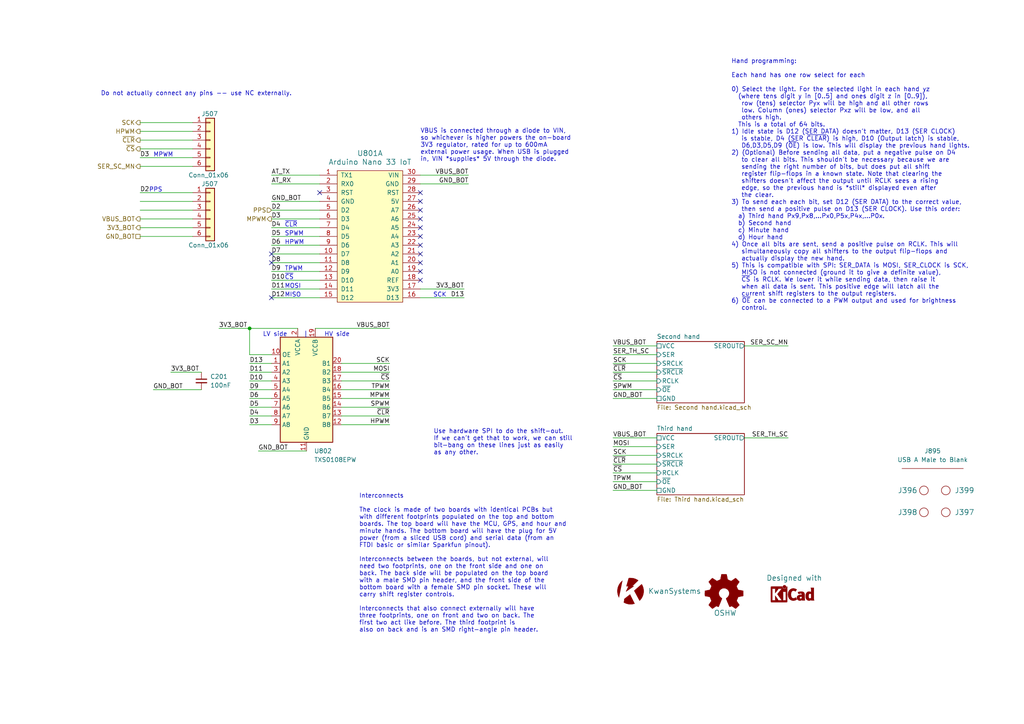
<source format=kicad_sch>
(kicad_sch (version 20230121) (generator eeschema)
  (paper "A4")
  (lib_symbols
    (symbol "Connector_Generic:Conn_01x06" (pin_names (offset 1.016) hide)
      (property "Reference" "J" (at 0 7.62 0))
      (property "Value" "Conn_01x06" (at 0 -10.16 0))
      (symbol "Conn_01x06_1_1"
        (pin passive line (at -5.08 5.08 0) (length 3.81) (name "Pin_1") (number "1"))
        (pin passive line (at -5.08 2.54 0) (length 3.81) (name "Pin_2") (number "2"))
        (pin passive line (at -5.08 0 0) (length 3.81) (name "Pin_3") (number "3"))
        (pin passive line (at -5.08 -2.54 0) (length 3.81) (name "Pin_4") (number "4"))
        (pin passive line (at -5.08 -5.08 0) (length 3.81) (name "Pin_5") (number "5"))
        (pin passive line (at -5.08 -7.62 0) (length 3.81) (name "Pin_6") (number "6"))
      )
    )
    (symbol "Device:C_Small" (pin_numbers hide) (pin_names (offset 0.254) hide)
      (property "Reference" "C" (at 0.254 1.778 0))
      (property "Value" "C_Small" (at 0.254 -2.032 0))
      (symbol "C_Small_1_1"
        (pin passive line (at 0 2.54 270) (length 2.032) (name "~") (number "1"))
        (pin passive line (at 0 -2.54 90) (length 2.032) (name "~") (number "2"))
      )
    )
    (symbol "KwanSystems:Arduino_Nano" (pin_names (offset 1.016)) (in_bom no)
      (property "Reference" "U" (at -0.9525 5.3975 0))
      (property "Value" "Arduino_Nano" (at -0.635 -20.32 0))
      (symbol "Arduino_Nano_1_1"
        (pin bidirectional line (at -15.24 17.78 0) (length 5.08) (name "TX1") (number "1"))
        (pin bidirectional line (at -15.24 -5.08 0) (length 5.08) (name "D7") (number "10"))
        (pin bidirectional line (at -15.24 -7.62 0) (length 5.08) (name "D8") (number "11"))
        (pin bidirectional line (at -15.24 -10.16 0) (length 5.08) (name "D9") (number "12"))
        (pin bidirectional line (at -15.24 -12.7 0) (length 5.08) (name "D10") (number "13"))
        (pin bidirectional line (at -15.24 -15.24 0) (length 5.08) (name "D11") (number "14"))
        (pin bidirectional line (at -15.24 -17.78 0) (length 5.08) (name "D12") (number "15"))
        (pin bidirectional line (at 13.97 -17.78 180) (length 5.08) (name "D13") (number "16"))
        (pin power_out line (at 13.97 -15.24 180) (length 5.08) (name "3V3") (number "17"))
        (pin input line (at 13.97 -12.7 180) (length 5.08) (name "REF") (number "18"))
        (pin input line (at 13.97 -10.16 180) (length 5.08) (name "A0") (number "19"))
        (pin bidirectional line (at -15.24 15.24 0) (length 5.08) (name "RX0") (number "2"))
        (pin input line (at 13.97 -7.62 180) (length 5.08) (name "A1") (number "20"))
        (pin input line (at 13.97 -5.08 180) (length 5.08) (name "A2") (number "21"))
        (pin input line (at 13.97 -2.54 180) (length 5.08) (name "A3") (number "22"))
        (pin input line (at 13.97 0 180) (length 5.08) (name "A4") (number "23"))
        (pin input line (at 13.97 2.54 180) (length 5.08) (name "A5") (number "24"))
        (pin input line (at 13.97 5.08 180) (length 5.08) (name "A6") (number "25"))
        (pin input line (at 13.97 7.62 180) (length 5.08) (name "A7") (number "26"))
        (pin power_in line (at 13.97 10.16 180) (length 5.08) (name "5V") (number "27"))
        (pin input line (at 13.97 12.7 180) (length 5.08) (name "RST") (number "28"))
        (pin power_in line (at 13.97 15.24 180) (length 5.08) (name "GND") (number "29"))
        (pin input line (at -15.24 12.7 0) (length 5.08) (name "RST") (number "3"))
        (pin power_in line (at 13.97 17.78 180) (length 5.08) (name "VIN") (number "30"))
        (pin power_in line (at -15.24 10.16 0) (length 5.08) (name "GND") (number "4"))
        (pin bidirectional line (at -15.24 7.62 0) (length 5.08) (name "D2") (number "5"))
        (pin bidirectional line (at -15.24 5.08 0) (length 5.08) (name "D3") (number "6"))
        (pin bidirectional line (at -15.24 2.54 0) (length 5.08) (name "D4") (number "7"))
        (pin bidirectional line (at -15.24 0 0) (length 5.08) (name "D5") (number "8"))
        (pin bidirectional line (at -15.24 -2.54 0) (length 5.08) (name "D6") (number "9"))
      )
      (symbol "Arduino_Nano_1_2"
        (pin bidirectional line (at -15.24 17.78 0) (length 5.08) (name "TX1") (number "1"))
        (pin bidirectional line (at -15.24 -5.08 0) (length 5.08) (name "D7") (number "10"))
        (pin bidirectional line (at -15.24 -7.62 0) (length 5.08) (name "D8") (number "11"))
        (pin bidirectional line (at -15.24 -10.16 0) (length 5.08) (name "D9") (number "12"))
        (pin bidirectional line (at -15.24 -12.7 0) (length 5.08) (name "D10") (number "13"))
        (pin bidirectional line (at -15.24 -15.24 0) (length 5.08) (name "D11") (number "14"))
        (pin bidirectional line (at -15.24 -17.78 0) (length 5.08) (name "D12") (number "15"))
        (pin bidirectional line (at 13.97 -17.78 180) (length 5.08) (name "D13") (number "16"))
        (pin power_out line (at 13.97 -15.24 180) (length 5.08) (name "3V3") (number "17"))
        (pin input line (at 13.97 -12.7 180) (length 5.08) (name "REF") (number "18"))
        (pin input line (at 13.97 -10.16 180) (length 5.08) (name "A0") (number "19"))
        (pin bidirectional line (at -15.24 15.24 0) (length 5.08) (name "RX0") (number "2"))
        (pin input line (at 13.97 -7.62 180) (length 5.08) (name "A1") (number "20"))
        (pin input line (at 13.97 -5.08 180) (length 5.08) (name "A2") (number "21"))
        (pin input line (at 13.97 -2.54 180) (length 5.08) (name "A3") (number "22"))
        (pin input line (at 13.97 0 180) (length 5.08) (name "A4") (number "23"))
        (pin input line (at 13.97 2.54 180) (length 5.08) (name "A5") (number "24"))
        (pin input line (at 13.97 5.08 180) (length 5.08) (name "A6") (number "25"))
        (pin input line (at 13.97 7.62 180) (length 5.08) (name "A7") (number "26"))
        (pin power_in line (at 13.97 10.16 180) (length 5.08) (name "5V") (number "27"))
        (pin input line (at 13.97 12.7 180) (length 5.08) (name "RST") (number "28"))
        (pin power_in line (at 13.97 15.24 180) (length 5.08) (name "GND") (number "29"))
        (pin input line (at -15.24 12.7 0) (length 5.08) (name "RST") (number "3"))
        (pin power_in line (at 13.97 17.78 180) (length 5.08) (name "VIN") (number "30"))
        (pin power_in line (at -15.24 10.16 0) (length 5.08) (name "GND") (number "4"))
        (pin bidirectional line (at -15.24 7.62 0) (length 5.08) (name "D2") (number "5"))
        (pin bidirectional line (at -15.24 5.08 0) (length 5.08) (name "D3") (number "6"))
        (pin bidirectional line (at -15.24 2.54 0) (length 5.08) (name "D4") (number "7"))
        (pin bidirectional line (at -15.24 0 0) (length 5.08) (name "D5") (number "8"))
        (pin bidirectional line (at -15.24 -2.54 0) (length 5.08) (name "D6") (number "9"))
      )
      (symbol "Arduino_Nano_2_1"
        (pin output line (at 13.97 -2.54 180) (length 5.08) (name "MISO") (number "I1"))
        (pin power_in line (at -12.7 -2.54 0) (length 5.08) (name "VIN") (number "I2"))
        (pin bidirectional line (at 13.97 0 180) (length 5.08) (name "SCK") (number "I3"))
        (pin input line (at -12.7 0 0) (length 5.08) (name "MOSI") (number "I4"))
        (pin input inverted (at 13.97 2.54 180) (length 5.08) (name "~{RESET}") (number "I5"))
        (pin power_in line (at -12.7 2.54 0) (length 5.08) (name "GND") (number "I6"))
      )
      (symbol "Arduino_Nano_2_2"
        (pin output line (at 13.97 -2.54 180) (length 5.08) (name "MISO") (number "I1"))
        (pin power_in line (at -12.7 -2.54 0) (length 5.08) (name "VIN") (number "I2"))
        (pin bidirectional line (at 13.97 0 180) (length 5.08) (name "SCK") (number "I3"))
        (pin input line (at -12.7 0 0) (length 5.08) (name "MOSI") (number "I4"))
        (pin input inverted (at 13.97 2.54 180) (length 5.08) (name "~{RESET}") (number "I5"))
        (pin power_in line (at -12.7 2.54 0) (length 5.08) (name "GND") (number "I6"))
      )
    )
    (symbol "KwanSystems:DesignedWithKicad" (pin_names (offset 1.016)) (in_bom no)
      (property "Value" "DesignedWithKicad" (at 3.81 -2.54 0))
    )
    (symbol "KwanSystems:KwanSystems" (pin_names (offset 1.016)) (in_bom no)
      (property "Value" "KwanSystems" (at 0 -5.08 0))
    )
    (symbol "KwanSystems:OSHW" (pin_names (offset 1.016)) (in_bom no)
      (property "Value" "OSHW" (at 10.16 1.27 0))
    )
    (symbol "KwanSystems:STANDOFF" (pin_names (offset 1.016)) (in_bom no)
      (property "Reference" "J" (at 0 3.81 0))
      (property "Value" "STANDOFF" (at 0 -3.81 0))
    )
    (symbol "KwanSystems:USB3.1_full_cable" (on_board no)
      (property "Reference" "J" (at 0 0 0))
      (property "Value" "USB3.1_full_cable" (at 0 -2.54 0))
    )
    (symbol "Logic_LevelTranslator:TXS0108EPW"
      (property "Reference" "U" (at -6.35 16.51 0))
      (property "Value" "TXS0108EPW" (at 3.81 16.51 0))
      (symbol "TXS0108EPW_1_1"
        (pin bidirectional line (at -10.16 7.62 0) (length 2.54) (name "A1") (number "1"))
        (pin input line (at -10.16 10.16 0) (length 2.54) (name "OE") (number "10"))
        (pin power_in line (at 0 -17.78 90) (length 2.54) (name "GND") (number "11"))
        (pin bidirectional line (at 10.16 -10.16 180) (length 2.54) (name "B8") (number "12"))
        (pin bidirectional line (at 10.16 -7.62 180) (length 2.54) (name "B7") (number "13"))
        (pin bidirectional line (at 10.16 -5.08 180) (length 2.54) (name "B6") (number "14"))
        (pin bidirectional line (at 10.16 -2.54 180) (length 2.54) (name "B5") (number "15"))
        (pin bidirectional line (at 10.16 0 180) (length 2.54) (name "B4") (number "16"))
        (pin bidirectional line (at 10.16 2.54 180) (length 2.54) (name "B3") (number "17"))
        (pin bidirectional line (at 10.16 5.08 180) (length 2.54) (name "B2") (number "18"))
        (pin power_in line (at 2.54 17.78 270) (length 2.54) (name "VCCB") (number "19"))
        (pin power_in line (at -2.54 17.78 270) (length 2.54) (name "VCCA") (number "2"))
        (pin bidirectional line (at 10.16 7.62 180) (length 2.54) (name "B1") (number "20"))
        (pin bidirectional line (at -10.16 5.08 0) (length 2.54) (name "A2") (number "3"))
        (pin bidirectional line (at -10.16 2.54 0) (length 2.54) (name "A3") (number "4"))
        (pin bidirectional line (at -10.16 0 0) (length 2.54) (name "A4") (number "5"))
        (pin bidirectional line (at -10.16 -2.54 0) (length 2.54) (name "A5") (number "6"))
        (pin bidirectional line (at -10.16 -5.08 0) (length 2.54) (name "A6") (number "7"))
        (pin bidirectional line (at -10.16 -7.62 0) (length 2.54) (name "A7") (number "8"))
        (pin bidirectional line (at -10.16 -10.16 0) (length 2.54) (name "A8") (number "9"))
      )
    )
  )
  (junction (at 72.39 95.25))
  (no_connect (at 121.92 73.66))
  (no_connect (at 121.92 55.88))
  (no_connect (at 121.92 78.74))
  (no_connect (at 121.92 76.2))
  (no_connect (at 121.92 66.04))
  (no_connect (at 121.92 81.28))
  (no_connect (at 121.92 68.58))
  (no_connect (at 78.74 86.36))
  (no_connect (at 92.71 55.88))
  (no_connect (at 78.74 73.66))
  (no_connect (at 121.92 58.42))
  (no_connect (at 78.74 76.2))
  (no_connect (at 121.92 71.12))
  (no_connect (at 121.92 63.5))
  (no_connect (at 121.92 60.96))
  (wire (pts (xy 78.74 58.42) (xy 92.71 58.42)))
  (wire (pts (xy 72.39 113.03) (xy 78.74 113.03)))
  (wire (pts (xy 49.53 107.95) (xy 58.42 107.95)))
  (wire (pts (xy 40.64 55.88) (xy 55.88 55.88)))
  (wire (pts (xy 92.71 71.12) (xy 78.74 71.12)))
  (wire (pts (xy 190.5 132.08) (xy 177.8 132.08)))
  (wire (pts (xy 40.64 68.58) (xy 55.88 68.58)))
  (wire (pts (xy 99.06 123.19) (xy 113.03 123.19)))
  (wire (pts (xy 215.9 127) (xy 228.6 127)))
  (wire (pts (xy 99.06 113.03) (xy 113.03 113.03)))
  (wire (pts (xy 40.64 38.1) (xy 55.88 38.1)))
  (wire (pts (xy 63.5 95.25) (xy 72.39 95.25)))
  (wire (pts (xy 72.39 95.25) (xy 86.36 95.25)))
  (wire (pts (xy 99.06 118.11) (xy 113.03 118.11)))
  (wire (pts (xy 134.62 83.82) (xy 121.92 83.82)))
  (wire (pts (xy 190.5 110.49) (xy 177.8 110.49)))
  (wire (pts (xy 99.06 120.65) (xy 113.03 120.65)))
  (wire (pts (xy 135.89 53.34) (xy 121.92 53.34)))
  (wire (pts (xy 40.64 43.18) (xy 55.88 43.18)))
  (wire (pts (xy 99.06 105.41) (xy 113.03 105.41)))
  (wire (pts (xy 40.64 45.72) (xy 55.88 45.72)))
  (wire (pts (xy 92.71 81.28) (xy 78.74 81.28)))
  (wire (pts (xy 72.39 95.25) (xy 72.39 102.87)))
  (wire (pts (xy 177.8 129.54) (xy 190.5 129.54)))
  (wire (pts (xy 190.5 107.95) (xy 177.8 107.95)))
  (wire (pts (xy 92.71 60.96) (xy 78.74 60.96)))
  (wire (pts (xy 215.9 100.33) (xy 228.6 100.33)))
  (wire (pts (xy 135.89 50.8) (xy 121.92 50.8)))
  (wire (pts (xy 40.64 40.64) (xy 55.88 40.64)))
  (wire (pts (xy 44.45 113.03) (xy 58.42 113.03)))
  (wire (pts (xy 72.39 102.87) (xy 78.74 102.87)))
  (wire (pts (xy 92.71 86.36) (xy 78.74 86.36)))
  (wire (pts (xy 190.5 139.7) (xy 177.8 139.7)))
  (wire (pts (xy 92.71 78.74) (xy 78.74 78.74)))
  (wire (pts (xy 99.06 107.95) (xy 113.03 107.95)))
  (wire (pts (xy 177.8 100.33) (xy 190.5 100.33)))
  (wire (pts (xy 177.8 102.87) (xy 190.5 102.87)))
  (wire (pts (xy 40.64 60.96) (xy 55.88 60.96)))
  (wire (pts (xy 99.06 115.57) (xy 113.03 115.57)))
  (wire (pts (xy 92.71 68.58) (xy 78.74 68.58)))
  (wire (pts (xy 177.8 137.16) (xy 190.5 137.16)))
  (wire (pts (xy 177.8 105.41) (xy 190.5 105.41)))
  (wire (pts (xy 92.71 83.82) (xy 78.74 83.82)))
  (wire (pts (xy 72.39 118.11) (xy 78.74 118.11)))
  (wire (pts (xy 72.39 107.95) (xy 78.74 107.95)))
  (wire (pts (xy 92.71 53.34) (xy 78.74 53.34)))
  (wire (pts (xy 40.64 63.5) (xy 55.88 63.5)))
  (wire (pts (xy 40.64 66.04) (xy 55.88 66.04)))
  (wire (pts (xy 40.64 48.26) (xy 55.88 48.26)))
  (wire (pts (xy 74.93 130.81) (xy 88.9 130.81)))
  (wire (pts (xy 92.71 63.5) (xy 78.74 63.5)))
  (wire (pts (xy 72.39 123.19) (xy 78.74 123.19)))
  (wire (pts (xy 92.71 66.04) (xy 78.74 66.04)))
  (wire (pts (xy 190.5 113.03) (xy 177.8 113.03)))
  (wire (pts (xy 72.39 120.65) (xy 78.74 120.65)))
  (wire (pts (xy 40.64 35.56) (xy 55.88 35.56)))
  (wire (pts (xy 177.8 127) (xy 190.5 127)))
  (wire (pts (xy 92.71 76.2) (xy 78.74 76.2)))
  (wire (pts (xy 177.8 142.24) (xy 190.5 142.24)))
  (wire (pts (xy 177.8 115.57) (xy 190.5 115.57)))
  (wire (pts (xy 72.39 115.57) (xy 78.74 115.57)))
  (wire (pts (xy 92.71 50.8) (xy 78.74 50.8)))
  (wire (pts (xy 40.64 58.42) (xy 55.88 58.42)))
  (wire (pts (xy 190.5 134.62) (xy 177.8 134.62)))
  (wire (pts (xy 72.39 105.41) (xy 78.74 105.41)))
  (wire (pts (xy 99.06 110.49) (xy 113.03 110.49)))
  (wire (pts (xy 113.03 95.25) (xy 91.44 95.25)))
  (wire (pts (xy 72.39 110.49) (xy 78.74 110.49)))
  (wire (pts (xy 92.71 73.66) (xy 78.74 73.66)))
  (wire (pts (xy 121.92 86.36) (xy 134.62 86.36)))
  (text "MISO" (at 82.55 86.36 0) (effects (font (size 1.27 1.27)) (justify left bottom)))
  (text "LV side     |     HV side" (at 76.2 97.79 0) (effects (font (size 1.27 1.27)) (justify left bottom)))
  (text "MPWM" (at 44.45 45.72 0) (effects (font (size 1.27 1.27)) (justify left bottom)))
  (text "Do not actually connect any pins -- use NC externally." (at 29.21 27.94 0) (effects (font (size 1.27 1.27)) (justify left bottom)))
  (text "Interconnects\n\nThe clock is made of two boards with identical PCBs but\nwith different footprints populated on the top and bottom\nboards. The top board will have the MCU, GPS, and hour and\nminute hands. The bottom board will have the plug for 5V\npower (from a sliced USB cord) and serial data (from an\nFTDI basic or similar Sparkfun pinout).\n\nInterconnects between the boards, but not external, will\nneed two footprints, one on the front side and one on\nback. The back side will be populated on the top board\nwith a male SMD pin header, and the front side of the\nbottom board with a female SMD pin socket. These will\ncarry shift register controls.\n\nInterconnects that also connect externally will have\nthree footprints, one on front and two on back. The\nfirst two act like before. The third footprint is\nalso on back and is an SMD right-angle pin header.\n" (at 104.14 183.515 0) (effects (font (size 1.27 1.27)) (justify left bottom)))
  (text "HPWM" (at 82.55 71.12 0) (effects (font (size 1.27 1.27)) (justify left bottom)))
  (text "TPWM" (at 82.55 78.74 0) (effects (font (size 1.27 1.27)) (justify left bottom)))
  (text "MOSI" (at 82.55 83.82 0) (effects (font (size 1.27 1.27)) (justify left bottom)))
  (text "Use hardware SPI to do the shift-out.\nIf we can't get that to work, we can still\nbit-bang on these lines just as easily\nas any other." (at 125.73 132.08 0) (effects (font (size 1.27 1.27)) (justify left bottom)))
  (text "PPS" (at 43.18 55.88 0) (effects (font (size 1.27 1.27)) (justify left bottom)))
  (text "SPWM" (at 82.55 68.58 0) (effects (font (size 1.27 1.27)) (justify left bottom)))
  (text "VBUS is connected through a diode to VIN,\nso whichever is higher powers the on-board\n3V3 regulator, rated for up to 600mA \nexternal power usage. When USB is plugged\nin, VIN *supplies* 5V through the diode." (at 121.92 46.99 0) (effects (font (size 1.27 1.27)) (justify left bottom)))
  (text "~{CS}" (at 82.55 81.28 0) (effects (font (size 1.27 1.27)) (justify left bottom)))
  (text "Hand programming:\n\nEach hand has one row select for each \n\n0) Select the light. For the selected light in each hand yz \n  (where tens digit y in [0..5] and ones digit z in [0..9]), \n   row (tens) selector Pyx will be high and all other rows \n   low. Column (ones) selector Pxz will be low, and all \n   others high. \n  This is a total of 64 bits.\n1) Idle state is D12 (SER DATA) doesn't matter, D13 (SER CLOCK)\n   is stable, D4 (SER ~{CLEAR}) is high, D10 (Output latch) is stable,\n   D6,D3,D5,D9 (~{OE}) is low. This will display the previous hand lights.\n2) (Optional) Before sending all data, put a negative pulse on D4\n   to clear all bits. This shouldn't be necessary because we are\n   sending the right number of bits, but does put all shift\n   register flip-flops in a known state. Note that clearing the\n   shifters doesn't affect the output until RCLK sees a rising \n   edge, so the previous hand is *still* displayed even after \n   the clear.\n3) To send each each bit, set D12 (SER DATA) to the correct value,\n   then send a positive pulse on D13 (SER CLOCK). Use this order:\n  a) Third hand Px9,Px8,...Px0,P5x,P4x,...P0x.\n  b) Second hand\n  c) Minute hand\n  d) Hour hand\n4) Once all bits are sent, send a positive pulse on RCLK. This will\n   simultaneously copy all shifters to the output flip-flops and\n   actually display the new hand.\n5) This is compatible with SPI: SER_DATA is MOSI, SER_CLOCK is SCK,\n   MISO is not connected (ground it to give a definite value),\n   ~{CS} is RCLK. We lower it while sending data, then raise it\n   when all data is sent. This positive edge will latch all the\n   current shift registers to the output registers.\n6) ~{OE} can be connected to a PWM output and used for brightness\n   control." (at 212.09 90.17 0) (effects (font (size 1.27 1.27)) (justify left bottom)))
  (text "SCK" (at 129.54 86.36 0) (effects (font (size 1.27 1.27)) (justify right bottom)))
  (text "~{CLR}" (at 82.55 66.04 0) (effects (font (size 1.27 1.27)) (justify left bottom)))
  (label "VBUS_BOT" (at 177.8 127 0))
  (label "3V3_BOT" (at 134.62 83.82 180))
  (label "TPWM" (at 113.03 113.03 180))
  (label "MOSI" (at 113.03 107.95 180))
  (label "D11" (at 78.74 83.82 0))
  (label "D7" (at 78.74 73.66 0))
  (label "D10" (at 78.74 81.28 0))
  (label "GND_BOT" (at 74.93 130.81 0))
  (label "GND_BOT" (at 177.8 142.24 0))
  (label "D10" (at 72.39 110.49 0))
  (label "D5" (at 78.74 68.58 0))
  (label "3V3_BOT" (at 49.53 107.95 0))
  (label "D8" (at 78.74 76.2 0))
  (label "SPWM" (at 177.8 113.03 0))
  (label "VBUS_BOT" (at 113.03 95.25 180))
  (label "~{CS}" (at 113.03 110.49 180))
  (label "SER_TH_SC" (at 177.8 102.87 0))
  (label "MPWM" (at 113.03 115.57 180))
  (label "~{CLR}" (at 177.8 107.95 0))
  (label "D13" (at 134.62 86.36 180))
  (label "D2" (at 78.74 60.96 0))
  (label "SCK" (at 113.03 105.41 180))
  (label "GND_BOT" (at 135.89 53.34 180))
  (label "SCK" (at 177.8 105.41 0))
  (label "VBUS_BOT" (at 135.89 50.8 180))
  (label "HPWM" (at 113.03 123.19 180))
  (label "TPWM" (at 177.8 139.7 0))
  (label "GND_BOT" (at 78.74 58.42 0))
  (label "D6" (at 78.74 71.12 0))
  (label "SER_TH_SC" (at 228.6 127 180))
  (label "D4" (at 78.74 66.04 0))
  (label "~{CS}" (at 177.8 110.49 0))
  (label "D9" (at 78.74 78.74 0))
  (label "D11" (at 72.39 107.95 0))
  (label "D3" (at 78.74 63.5 0))
  (label "D2" (at 40.64 55.88 0))
  (label "SER_SC_MN" (at 228.6 100.33 180))
  (label "MOSI" (at 177.8 129.54 0))
  (label "D3" (at 72.39 123.19 0))
  (label "SCK" (at 177.8 132.08 0))
  (label "D12" (at 78.74 86.36 0))
  (label "AT_RX" (at 78.74 53.34 0))
  (label "~{CLR}" (at 177.8 134.62 0))
  (label "SPWM" (at 113.03 118.11 180))
  (label "GND_BOT" (at 44.45 113.03 0))
  (label "~{CS}" (at 177.8 137.16 0))
  (label "VBUS_BOT" (at 177.8 100.33 0))
  (label "D5" (at 72.39 118.11 0))
  (label "D13" (at 72.39 105.41 0))
  (label "D9" (at 72.39 113.03 0))
  (label "AT_TX" (at 78.74 50.8 0))
  (label "D4" (at 72.39 120.65 0))
  (label "~{CLR}" (at 113.03 120.65 180))
  (label "3V3_BOT" (at 63.5 95.25 0))
  (label "D6" (at 72.39 115.57 0))
  (label "GND_BOT" (at 177.8 115.57 0))
  (label "D3" (at 40.64 45.72 0))
  (hierarchical_label "VBUS_BOT" (shape output) (at 40.64 63.5 180))
  (hierarchical_label "3V3_BOT" (shape output) (at 40.64 66.04 180))
  (hierarchical_label "HPWM" (shape output) (at 40.64 38.1 180))
  (hierarchical_label "GND_BOT" (shape passive) (at 40.64 68.58 180))
  (hierarchical_label "~{CLR}" (shape output) (at 40.64 40.64 180))
  (hierarchical_label "SCK" (shape output) (at 40.64 35.56 180))
  (hierarchical_label "PPS" (shape input) (at 78.74 60.96 180))
  (hierarchical_label "~{CS}" (shape output) (at 40.64 43.18 180))
  (hierarchical_label "MPWM" (shape output) (at 78.74 63.5 180))
  (hierarchical_label "SER_SC_MN" (shape output) (at 40.64 48.26 180))
  (symbol (lib_id "KwanSystems:KwanSystems") (at 182.88 171.45 0) (unit 1) (in_bom no)
    (property "Reference" "G102" (effects hide))
    (property "Value" "KwanSystems" (at 187.96 171.4491 0) (effects (font (size 1.524 1.524)) (justify left)))
    (property "Footprint" "KwanSystems:StKwansSoldermask" (effects hide))
    (property "Purpose" "Small gold Kwan logo" (effects hide))
  )
  (symbol (lib_id "Device:C_Small") (at 58.42 110.49 0) (unit 1)
    (property "Reference" "C201" (at 60.96 109.2263 0) (effects (justify left)))
    (property "Value" "100nF" (at 60.96 111.7663 0) (effects (justify left)))
    (property "Footprint" "Capacitor_SMD:C_0603_1608Metric" (effects hide))
    (property "Datasheet" "https://product.tdk.com/system/files/dam/doc/product/capacitor/ceramic/mlcc/catalog/mlcc_automotive_general_en.pdf" (effects hide))
    (property "Digikey" "445-5613-1-ND" (effects hide))
    (property "Part Number" "CGA2B1X7R1C104K050BC" (effects hide))
    (property "Purpose" "Second hand decoder bypass" (effects hide))
    (instances (project "Precision23" (path "" (reference "C201") (unit 1)) (path "" (reference "C802") (unit 1))))
  )
  (symbol (lib_id "KwanSystems:STANDOFF") (at 267.97 148.59 0) (unit 1) (in_bom no)
    (property "Reference" "J398" (at 260.35 148.59 0) (effects (font (size 1.524 1.524)) (justify left)))
    (property "Value" "STANDOFF" (effects hide))
    (property "Footprint" "KwanSystems:STANDOFF_NONPLATED" (effects hide))
  )
  (symbol (lib_id "KwanSystems:STANDOFF") (at 274.32 148.59 0) (unit 1) (in_bom no)
    (property "Reference" "J397" (at 276.86 148.59 0) (effects (font (size 1.524 1.524)) (justify left)))
    (property "Value" "STANDOFF" (effects hide))
    (property "Footprint" "KwanSystems:STANDOFF_NONPLATED" (effects hide))
  )
  (symbol (lib_id "Connector_Generic:Conn_01x06") (at 60.96 60.96 0) (unit 1)
    (property "Reference" "J507" (at 58.42 53.34 0) (effects (justify left)))
    (property "Value" "Conn_01x06" (at 54.61 71.12 0) (effects (justify left)))
    (property "Footprint" "Connector_PinSocket_2.54mm:PinSocket_1x06_P2.54mm_Vertical_SMD_Pin1Left" (effects hide))
    (property "Digikey" "SSM-106-F-SV-ND" (effects hide))
    (property "Part Number" "SSM-106-F-SV" (effects hide))
    (property "Purpose" "Serial/PWM passthrough female" (effects hide))
  )
  (symbol (lib_id "KwanSystems:STANDOFF") (at 267.97 142.24 0) (unit 1) (in_bom no)
    (property "Reference" "J396" (at 260.35 142.24 0) (effects (font (size 1.524 1.524)) (justify left)))
    (property "Value" "STANDOFF" (effects hide))
    (property "Footprint" "KwanSystems:STANDOFF_NONPLATED" (effects hide))
  )
  (symbol (lib_id "Connector_Generic:Conn_01x06") (at 60.96 40.64 0) (unit 1)
    (property "Reference" "J507" (at 58.42 33.02 0) (effects (justify left)))
    (property "Value" "Conn_01x06" (at 54.61 50.8 0) (effects (justify left)))
    (property "Footprint" "Connector_PinSocket_2.54mm:PinSocket_1x06_P2.54mm_Vertical_SMD_Pin1Left" (effects hide))
    (property "Digikey" "SSM-106-F-SV-ND" (effects hide))
    (property "Part Number" "SSM-106-F-SV" (effects hide))
    (property "Purpose" "Serial/PWM passthrough female" (effects hide))
  )
  (symbol (lib_id "KwanSystems:STANDOFF") (at 274.32 142.24 0) (unit 1) (in_bom no)
    (property "Reference" "J399" (at 276.86 142.24 0) (effects (font (size 1.524 1.524)) (justify left)))
    (property "Value" "STANDOFF" (effects hide))
    (property "Footprint" "KwanSystems:STANDOFF_NONPLATED" (effects hide))
  )
  (symbol (lib_id "KwanSystems:OSHW") (at 209.55 172.72 0) (unit 1) (in_bom no)
    (property "Reference" "G301" (effects hide))
    (property "Value" "OSHW" (at 207.01 177.8 0) (effects (font (size 1.524 1.524)) (justify left)))
    (property "Footprint" "KwanSystems:OSHW-Symbol_6.7x6mm_SolderMask" (effects hide))
    (property "Purpose" "OSHW gold logo" (effects hide))
  )
  (symbol (lib_id "KwanSystems:DesignedWithKicad") (at 229.87 173.99 0) (unit 1) (in_bom no)
    (property "Reference" "G303" (effects hide))
    (property "Value" "Designed with" (at 222.25 167.64 0) (effects (font (size 1.524 1.524)) (justify left)))
    (property "Footprint" "KwanSystems:Symbol_KiCAD-Logo_CopperAndSilkScreenTop_small" (effects hide))
    (property "Purpose" "KiCad gold/silkscreen logo" (effects hide))
  )
  (symbol (lib_id "Logic_LevelTranslator:TXS0108EPW") (at 88.9 113.03 0) (unit 1)
    (property "Reference" "U802" (at 91.0941 130.81 0) (effects (justify left)))
    (property "Value" "TXS0108EPW" (at 91.0941 133.35 0) (effects (justify left)))
    (property "Footprint" "Package_SO:TSSOP-20_4.4x6.5mm_P0.65mm" (effects hide))
    (property "Datasheet" "www.ti.com/lit/ds/symlink/txs0108e.pdf" (effects hide))
  )
  (symbol (lib_id "KwanSystems:USB3.1_full_cable") (at 270.51 134.62 0) (unit 1) (on_board no)
    (property "Reference" "J895" (at 270.51 130.81 0))
    (property "Value" "USB A Male to Blank" (at 270.51 133.35 0))
    (property "Datasheet" "https://www.assmann-wsw.com/uploads/datasheets/ASS_8364_CA.pdf" (effects hide))
    (property "Digikey" "123-A-USB20AM-OE-300BK28-ND" (effects hide))
    (property "Part Number" "A-USB20AM-OE-300BK28" (effects hide))
    (property "Purpose" "Power cable" (effects hide))
  )
  (symbol (lib_id "KwanSystems:Arduino_Nano") (at 107.95 68.58 0) (unit 1) (in_bom no)
    (property "Reference" "U801" (at 107.315 44.45 0) (effects (font (size 1.524 1.524))))
    (property "Value" "Arduino Nano 33 IoT" (at 107.315 46.99 0) (effects (font (size 1.524 1.524))))
    (property "Footprint" "KwanSystems:NanoCastellated" (effects hide))
  )
  (sheet (at 190.5 125.73) (size 25.4 17.78) (stroke (width 0.1524))
    (property "Sheetname" "Third hand" (at 190.5 125.0184 0) (effects (justify left bottom)))
    (property "Sheetfile" "Third hand.kicad_sch" (at 190.5 144.0946 0) (effects (justify left top)))
    (pin "SER" input (at 190.5 129.54 180))
    (pin "SRCLK" input (at 190.5 132.08 180))
    (pin "~{SRCLR}" input (at 190.5 134.62 180))
    (pin "VCC" passive (at 190.5 127 180))
    (pin "GND" passive (at 190.5 142.24 180))
    (pin "RCLK" input (at 190.5 137.16 180))
    (pin "~{OE}" input (at 190.5 139.7 180))
    (pin "SEROUT" output (at 215.9 127 0))
  )
  (sheet (at 190.5 99.06) (size 25.4 17.78) (stroke (width 0.1524))
    (property "Sheetname" "Second hand" (at 190.5 98.3484 0) (effects (justify left bottom)))
    (property "Sheetfile" "Second hand.kicad_sch" (at 190.5 117.4246 0) (effects (justify left top)))
    (pin "SER" input (at 190.5 102.87 180))
    (pin "SRCLK" input (at 190.5 105.41 180))
    (pin "~{SRCLR}" input (at 190.5 107.95 180))
    (pin "VCC" passive (at 190.5 100.33 180))
    (pin "GND" passive (at 190.5 115.57 180))
    (pin "RCLK" input (at 190.5 110.49 180))
    (pin "~{OE}" input (at 190.5 113.03 180))
    (pin "SEROUT" output (at 215.9 100.33 0))
  )
)
</source>
